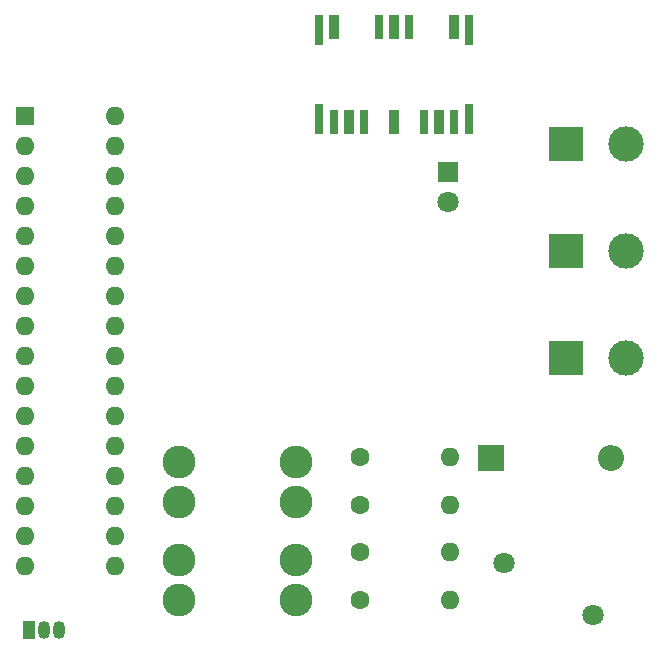
<source format=gbr>
%TF.GenerationSoftware,KiCad,Pcbnew,9.0.1+dfsg-1*%
%TF.CreationDate,2025-05-19T03:38:22+05:30*%
%TF.ProjectId,SmartHeaterControl,536d6172-7448-4656-9174-6572436f6e74,rev?*%
%TF.SameCoordinates,Original*%
%TF.FileFunction,Soldermask,Top*%
%TF.FilePolarity,Negative*%
%FSLAX46Y46*%
G04 Gerber Fmt 4.6, Leading zero omitted, Abs format (unit mm)*
G04 Created by KiCad (PCBNEW 9.0.1+dfsg-1) date 2025-05-19 03:38:22*
%MOMM*%
%LPD*%
G01*
G04 APERTURE LIST*
%ADD10R,3.000000X3.000000*%
%ADD11C,3.000000*%
%ADD12C,2.780000*%
%ADD13C,1.800000*%
%ADD14R,1.050000X1.500000*%
%ADD15O,1.050000X1.500000*%
%ADD16C,1.600000*%
%ADD17O,1.600000X1.600000*%
%ADD18R,0.700000X2.500000*%
%ADD19R,0.900000X2.000000*%
%ADD20R,0.700000X2.000000*%
%ADD21R,1.600000X1.600000*%
%ADD22R,1.800000X1.800000*%
%ADD23R,2.200000X2.200000*%
%ADD24O,2.200000X2.200000*%
G04 APERTURE END LIST*
D10*
%TO.C,J1*%
X151990000Y-73850000D03*
D11*
X157070000Y-73850000D03*
%TD*%
D12*
%TO.C,F1*%
X119220000Y-100720000D03*
X119220000Y-104120000D03*
X129140000Y-100720000D03*
X129140000Y-104120000D03*
%TD*%
%TO.C,F2*%
X119220000Y-109010000D03*
X119220000Y-112410000D03*
X129140000Y-109010000D03*
X129140000Y-112410000D03*
%TD*%
D13*
%TO.C,RV1*%
X146750000Y-109300000D03*
X154250000Y-113700000D03*
%TD*%
D14*
%TO.C,Q1*%
X106560000Y-114930000D03*
D15*
X107830000Y-114930000D03*
X109100000Y-114930000D03*
%TD*%
D16*
%TO.C,R2*%
X134530000Y-104350000D03*
D17*
X142150000Y-104350000D03*
%TD*%
D18*
%TO.C,K1*%
X143760000Y-64185000D03*
D19*
X142490000Y-63935000D03*
D20*
X138680000Y-63935000D03*
D19*
X137410000Y-63935000D03*
D20*
X136140000Y-63935000D03*
D19*
X132330000Y-63935000D03*
D18*
X131060000Y-64185000D03*
X131060000Y-71685000D03*
D20*
X132330000Y-71935000D03*
D19*
X133600000Y-71935000D03*
D20*
X134870000Y-71935000D03*
D19*
X137410000Y-71935000D03*
D20*
X139950000Y-71935000D03*
D19*
X141220000Y-71935000D03*
D20*
X142490000Y-71935000D03*
D18*
X143760000Y-71685000D03*
%TD*%
D21*
%TO.C,U1*%
X106200000Y-71450000D03*
D17*
X106200000Y-73990000D03*
X106200000Y-76530000D03*
X106200000Y-79070000D03*
X106200000Y-81610000D03*
X106200000Y-84150000D03*
X106200000Y-86690000D03*
X106200000Y-89230000D03*
X106200000Y-91770000D03*
X106200000Y-94310000D03*
X106200000Y-96850000D03*
X106200000Y-99390000D03*
X106200000Y-101930000D03*
X106200000Y-104470000D03*
X106200000Y-107010000D03*
X106200000Y-109550000D03*
X113820000Y-109550000D03*
X113820000Y-107010000D03*
X113820000Y-104470000D03*
X113820000Y-101930000D03*
X113820000Y-99390000D03*
X113820000Y-96850000D03*
X113820000Y-94310000D03*
X113820000Y-91770000D03*
X113820000Y-89230000D03*
X113820000Y-86690000D03*
X113820000Y-84150000D03*
X113820000Y-81610000D03*
X113820000Y-79070000D03*
X113820000Y-76530000D03*
X113820000Y-73990000D03*
X113820000Y-71450000D03*
%TD*%
D10*
%TO.C,R3*%
X151990000Y-91950000D03*
D11*
X157070000Y-91950000D03*
%TD*%
D10*
%TO.C,J2*%
X151990000Y-82900000D03*
D11*
X157070000Y-82900000D03*
%TD*%
D22*
%TO.C,D2*%
X142000000Y-76225000D03*
D13*
X142000000Y-78765000D03*
%TD*%
D16*
%TO.C,R4*%
X134530000Y-108400000D03*
D17*
X142150000Y-108400000D03*
%TD*%
D16*
%TO.C,TH1*%
X134530000Y-112450000D03*
D17*
X142150000Y-112450000D03*
%TD*%
D23*
%TO.C,D1*%
X145600000Y-100400000D03*
D24*
X155760000Y-100400000D03*
%TD*%
D16*
%TO.C,R1*%
X134530000Y-100300000D03*
D17*
X142150000Y-100300000D03*
%TD*%
M02*

</source>
